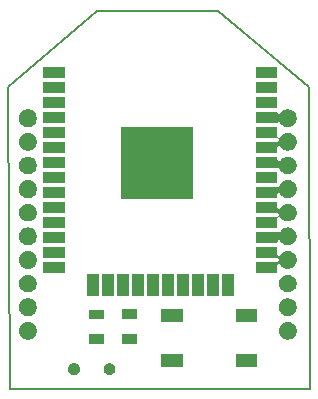
<source format=gts>
%TF.GenerationSoftware,KiCad,Pcbnew,(6.0.0-rc1-dev-634-gb5e3f6406)*%
%TF.CreationDate,2019-05-27T20:40:42+09:00*%
%TF.ProjectId,xbee,786265652E6B696361645F7063620000,rev?*%
%TF.SameCoordinates,Original*%
%TF.FileFunction,Soldermask,Top*%
%TF.FilePolarity,Negative*%
%FSLAX46Y46*%
G04 Gerber Fmt 4.6, Leading zero omitted, Abs format (unit mm)*
G04 Created by KiCad (PCBNEW (6.0.0-rc1-dev-634-gb5e3f6406)) date 2019 May 27, Monday 20:40:42*
%MOMM*%
%LPD*%
G01*
G04 APERTURE LIST*
%ADD10C,0.150000*%
%ADD11C,0.100000*%
G04 APERTURE END LIST*
D10*
X143250000Y-90250000D02*
X153500000Y-90250000D01*
X135750000Y-96750000D02*
X143250000Y-90250000D01*
X135750000Y-96750000D02*
X135850000Y-122250000D01*
X153500000Y-90250000D02*
X161201100Y-96750000D01*
X161201100Y-96750000D02*
X161250000Y-122250000D01*
X161250000Y-122250000D02*
X135850000Y-122250000D01*
D11*
G36*
X144446136Y-120098253D02*
X144537312Y-120136019D01*
X144619372Y-120190850D01*
X144689150Y-120260628D01*
X144743981Y-120342688D01*
X144781747Y-120433864D01*
X144801000Y-120530656D01*
X144801000Y-120629344D01*
X144781747Y-120726136D01*
X144743981Y-120817312D01*
X144689150Y-120899372D01*
X144619372Y-120969150D01*
X144537312Y-121023981D01*
X144446136Y-121061747D01*
X144349344Y-121081000D01*
X144250656Y-121081000D01*
X144153864Y-121061747D01*
X144062688Y-121023981D01*
X143980628Y-120969150D01*
X143910850Y-120899372D01*
X143856019Y-120817312D01*
X143818253Y-120726136D01*
X143799000Y-120629344D01*
X143799000Y-120530656D01*
X143818253Y-120433864D01*
X143856019Y-120342688D01*
X143910850Y-120260628D01*
X143980628Y-120190850D01*
X144062688Y-120136019D01*
X144153864Y-120098253D01*
X144250656Y-120079000D01*
X144349344Y-120079000D01*
X144446136Y-120098253D01*
X144446136Y-120098253D01*
G37*
G36*
X141446136Y-120098253D02*
X141537312Y-120136019D01*
X141619372Y-120190850D01*
X141689150Y-120260628D01*
X141743981Y-120342688D01*
X141781747Y-120433864D01*
X141801000Y-120530656D01*
X141801000Y-120629344D01*
X141781747Y-120726136D01*
X141743981Y-120817312D01*
X141689150Y-120899372D01*
X141619372Y-120969150D01*
X141537312Y-121023981D01*
X141446136Y-121061747D01*
X141349344Y-121081000D01*
X141250656Y-121081000D01*
X141153864Y-121061747D01*
X141062688Y-121023981D01*
X140980628Y-120969150D01*
X140910850Y-120899372D01*
X140856019Y-120817312D01*
X140818253Y-120726136D01*
X140799000Y-120629344D01*
X140799000Y-120530656D01*
X140818253Y-120433864D01*
X140856019Y-120342688D01*
X140910850Y-120260628D01*
X140980628Y-120190850D01*
X141062688Y-120136019D01*
X141153864Y-120098253D01*
X141250656Y-120079000D01*
X141349344Y-120079000D01*
X141446136Y-120098253D01*
X141446136Y-120098253D01*
G37*
G36*
X156801000Y-120451000D02*
X154999000Y-120451000D01*
X154999000Y-119349000D01*
X156801000Y-119349000D01*
X156801000Y-120451000D01*
X156801000Y-120451000D01*
G37*
G36*
X150501000Y-120451000D02*
X148699000Y-120451000D01*
X148699000Y-119349000D01*
X150501000Y-119349000D01*
X150501000Y-120451000D01*
X150501000Y-120451000D01*
G37*
G36*
X146671000Y-118451000D02*
X145369000Y-118451000D01*
X145369000Y-117649000D01*
X146671000Y-117649000D01*
X146671000Y-118451000D01*
X146671000Y-118451000D01*
G37*
G36*
X143877000Y-118451000D02*
X142575000Y-118451000D01*
X142575000Y-117649000D01*
X143877000Y-117649000D01*
X143877000Y-118451000D01*
X143877000Y-118451000D01*
G37*
G36*
X159532004Y-116610544D02*
X159619059Y-116627860D01*
X159755732Y-116684472D01*
X159755733Y-116684473D01*
X159878738Y-116766662D01*
X159983338Y-116871262D01*
X159983340Y-116871265D01*
X160065528Y-116994268D01*
X160122140Y-117130941D01*
X160151000Y-117276033D01*
X160151000Y-117423967D01*
X160122140Y-117569059D01*
X160065528Y-117705732D01*
X160065527Y-117705733D01*
X159983338Y-117828738D01*
X159878738Y-117933338D01*
X159878735Y-117933340D01*
X159755732Y-118015528D01*
X159619059Y-118072140D01*
X159532004Y-118089456D01*
X159473969Y-118101000D01*
X159326031Y-118101000D01*
X159267996Y-118089456D01*
X159180941Y-118072140D01*
X159044268Y-118015528D01*
X158921265Y-117933340D01*
X158921262Y-117933338D01*
X158816662Y-117828738D01*
X158734473Y-117705733D01*
X158734472Y-117705732D01*
X158677860Y-117569059D01*
X158649000Y-117423967D01*
X158649000Y-117276033D01*
X158677860Y-117130941D01*
X158734472Y-116994268D01*
X158816660Y-116871265D01*
X158816662Y-116871262D01*
X158921262Y-116766662D01*
X159044267Y-116684473D01*
X159044268Y-116684472D01*
X159180941Y-116627860D01*
X159267996Y-116610544D01*
X159326031Y-116599000D01*
X159473969Y-116599000D01*
X159532004Y-116610544D01*
X159532004Y-116610544D01*
G37*
G36*
X137532004Y-116610544D02*
X137619059Y-116627860D01*
X137755732Y-116684472D01*
X137755733Y-116684473D01*
X137878738Y-116766662D01*
X137983338Y-116871262D01*
X137983340Y-116871265D01*
X138065528Y-116994268D01*
X138122140Y-117130941D01*
X138151000Y-117276033D01*
X138151000Y-117423967D01*
X138122140Y-117569059D01*
X138065528Y-117705732D01*
X138065527Y-117705733D01*
X137983338Y-117828738D01*
X137878738Y-117933338D01*
X137878735Y-117933340D01*
X137755732Y-118015528D01*
X137619059Y-118072140D01*
X137532004Y-118089456D01*
X137473969Y-118101000D01*
X137326031Y-118101000D01*
X137267996Y-118089456D01*
X137180941Y-118072140D01*
X137044268Y-118015528D01*
X136921265Y-117933340D01*
X136921262Y-117933338D01*
X136816662Y-117828738D01*
X136734473Y-117705733D01*
X136734472Y-117705732D01*
X136677860Y-117569059D01*
X136649000Y-117423967D01*
X136649000Y-117276033D01*
X136677860Y-117130941D01*
X136734472Y-116994268D01*
X136816660Y-116871265D01*
X136816662Y-116871262D01*
X136921262Y-116766662D01*
X137044267Y-116684473D01*
X137044268Y-116684472D01*
X137180941Y-116627860D01*
X137267996Y-116610544D01*
X137326031Y-116599000D01*
X137473969Y-116599000D01*
X137532004Y-116610544D01*
X137532004Y-116610544D01*
G37*
G36*
X150501000Y-116651000D02*
X148699000Y-116651000D01*
X148699000Y-115549000D01*
X150501000Y-115549000D01*
X150501000Y-116651000D01*
X150501000Y-116651000D01*
G37*
G36*
X156801000Y-116651000D02*
X154999000Y-116651000D01*
X154999000Y-115549000D01*
X156801000Y-115549000D01*
X156801000Y-116651000D01*
X156801000Y-116651000D01*
G37*
G36*
X143877000Y-116385000D02*
X142575000Y-116385000D01*
X142575000Y-115583000D01*
X143877000Y-115583000D01*
X143877000Y-116385000D01*
X143877000Y-116385000D01*
G37*
G36*
X146671000Y-116351000D02*
X145369000Y-116351000D01*
X145369000Y-115549000D01*
X146671000Y-115549000D01*
X146671000Y-116351000D01*
X146671000Y-116351000D01*
G37*
G36*
X159532004Y-114610544D02*
X159619059Y-114627860D01*
X159755732Y-114684472D01*
X159755733Y-114684473D01*
X159878738Y-114766662D01*
X159983338Y-114871262D01*
X159983340Y-114871265D01*
X160065528Y-114994268D01*
X160122140Y-115130941D01*
X160151000Y-115276033D01*
X160151000Y-115423967D01*
X160122140Y-115569059D01*
X160065528Y-115705732D01*
X160065527Y-115705733D01*
X159983338Y-115828738D01*
X159878738Y-115933338D01*
X159878735Y-115933340D01*
X159755732Y-116015528D01*
X159619059Y-116072140D01*
X159532004Y-116089456D01*
X159473969Y-116101000D01*
X159326031Y-116101000D01*
X159267996Y-116089456D01*
X159180941Y-116072140D01*
X159044268Y-116015528D01*
X158921265Y-115933340D01*
X158921262Y-115933338D01*
X158816662Y-115828738D01*
X158734473Y-115705733D01*
X158734472Y-115705732D01*
X158677860Y-115569059D01*
X158649000Y-115423967D01*
X158649000Y-115276033D01*
X158677860Y-115130941D01*
X158734472Y-114994268D01*
X158816660Y-114871265D01*
X158816662Y-114871262D01*
X158921262Y-114766662D01*
X159044267Y-114684473D01*
X159044268Y-114684472D01*
X159180941Y-114627860D01*
X159267996Y-114610544D01*
X159326031Y-114599000D01*
X159473969Y-114599000D01*
X159532004Y-114610544D01*
X159532004Y-114610544D01*
G37*
G36*
X137532004Y-114610544D02*
X137619059Y-114627860D01*
X137755732Y-114684472D01*
X137755733Y-114684473D01*
X137878738Y-114766662D01*
X137983338Y-114871262D01*
X137983340Y-114871265D01*
X138065528Y-114994268D01*
X138122140Y-115130941D01*
X138151000Y-115276033D01*
X138151000Y-115423967D01*
X138122140Y-115569059D01*
X138065528Y-115705732D01*
X138065527Y-115705733D01*
X137983338Y-115828738D01*
X137878738Y-115933338D01*
X137878735Y-115933340D01*
X137755732Y-116015528D01*
X137619059Y-116072140D01*
X137532004Y-116089456D01*
X137473969Y-116101000D01*
X137326031Y-116101000D01*
X137267996Y-116089456D01*
X137180941Y-116072140D01*
X137044268Y-116015528D01*
X136921265Y-115933340D01*
X136921262Y-115933338D01*
X136816662Y-115828738D01*
X136734473Y-115705733D01*
X136734472Y-115705732D01*
X136677860Y-115569059D01*
X136649000Y-115423967D01*
X136649000Y-115276033D01*
X136677860Y-115130941D01*
X136734472Y-114994268D01*
X136816660Y-114871265D01*
X136816662Y-114871262D01*
X136921262Y-114766662D01*
X137044267Y-114684473D01*
X137044268Y-114684472D01*
X137180941Y-114627860D01*
X137267996Y-114610544D01*
X137326031Y-114599000D01*
X137473969Y-114599000D01*
X137532004Y-114610544D01*
X137532004Y-114610544D01*
G37*
G36*
X143386434Y-114408662D02*
X142384434Y-114408662D01*
X142384434Y-112556662D01*
X143386434Y-112556662D01*
X143386434Y-114408662D01*
X143386434Y-114408662D01*
G37*
G36*
X144656434Y-114408662D02*
X143654434Y-114408662D01*
X143654434Y-112556662D01*
X144656434Y-112556662D01*
X144656434Y-114408662D01*
X144656434Y-114408662D01*
G37*
G36*
X145926434Y-114408662D02*
X144924434Y-114408662D01*
X144924434Y-112556662D01*
X145926434Y-112556662D01*
X145926434Y-114408662D01*
X145926434Y-114408662D01*
G37*
G36*
X147196434Y-114408662D02*
X146194434Y-114408662D01*
X146194434Y-112556662D01*
X147196434Y-112556662D01*
X147196434Y-114408662D01*
X147196434Y-114408662D01*
G37*
G36*
X148466434Y-114408662D02*
X147464434Y-114408662D01*
X147464434Y-112556662D01*
X148466434Y-112556662D01*
X148466434Y-114408662D01*
X148466434Y-114408662D01*
G37*
G36*
X149736434Y-114408662D02*
X148734434Y-114408662D01*
X148734434Y-112556662D01*
X149736434Y-112556662D01*
X149736434Y-114408662D01*
X149736434Y-114408662D01*
G37*
G36*
X151006434Y-114408662D02*
X150004434Y-114408662D01*
X150004434Y-112556662D01*
X151006434Y-112556662D01*
X151006434Y-114408662D01*
X151006434Y-114408662D01*
G37*
G36*
X152276434Y-114408662D02*
X151274434Y-114408662D01*
X151274434Y-112556662D01*
X152276434Y-112556662D01*
X152276434Y-114408662D01*
X152276434Y-114408662D01*
G37*
G36*
X153546434Y-114408662D02*
X152544434Y-114408662D01*
X152544434Y-112556662D01*
X153546434Y-112556662D01*
X153546434Y-114408662D01*
X153546434Y-114408662D01*
G37*
G36*
X154816434Y-114408662D02*
X153814434Y-114408662D01*
X153814434Y-112556662D01*
X154816434Y-112556662D01*
X154816434Y-114408662D01*
X154816434Y-114408662D01*
G37*
G36*
X159532004Y-112610544D02*
X159619059Y-112627860D01*
X159755732Y-112684472D01*
X159755733Y-112684473D01*
X159878738Y-112766662D01*
X159983338Y-112871262D01*
X159983340Y-112871265D01*
X160065528Y-112994268D01*
X160122140Y-113130941D01*
X160151000Y-113276033D01*
X160151000Y-113423967D01*
X160122140Y-113569059D01*
X160065528Y-113705732D01*
X160065527Y-113705733D01*
X159983338Y-113828738D01*
X159878738Y-113933338D01*
X159878735Y-113933340D01*
X159755732Y-114015528D01*
X159619059Y-114072140D01*
X159532004Y-114089456D01*
X159473969Y-114101000D01*
X159326031Y-114101000D01*
X159267996Y-114089456D01*
X159180941Y-114072140D01*
X159044268Y-114015528D01*
X158921265Y-113933340D01*
X158921262Y-113933338D01*
X158816662Y-113828738D01*
X158734473Y-113705733D01*
X158734472Y-113705732D01*
X158677860Y-113569059D01*
X158649000Y-113423967D01*
X158649000Y-113276033D01*
X158677860Y-113130941D01*
X158734472Y-112994268D01*
X158816660Y-112871265D01*
X158816662Y-112871262D01*
X158921262Y-112766662D01*
X159044267Y-112684473D01*
X159044268Y-112684472D01*
X159180941Y-112627860D01*
X159267996Y-112610544D01*
X159326031Y-112599000D01*
X159473969Y-112599000D01*
X159532004Y-112610544D01*
X159532004Y-112610544D01*
G37*
G36*
X137532004Y-112610544D02*
X137619059Y-112627860D01*
X137755732Y-112684472D01*
X137755733Y-112684473D01*
X137878738Y-112766662D01*
X137983338Y-112871262D01*
X137983340Y-112871265D01*
X138065528Y-112994268D01*
X138122140Y-113130941D01*
X138151000Y-113276033D01*
X138151000Y-113423967D01*
X138122140Y-113569059D01*
X138065528Y-113705732D01*
X138065527Y-113705733D01*
X137983338Y-113828738D01*
X137878738Y-113933338D01*
X137878735Y-113933340D01*
X137755732Y-114015528D01*
X137619059Y-114072140D01*
X137532004Y-114089456D01*
X137473969Y-114101000D01*
X137326031Y-114101000D01*
X137267996Y-114089456D01*
X137180941Y-114072140D01*
X137044268Y-114015528D01*
X136921265Y-113933340D01*
X136921262Y-113933338D01*
X136816662Y-113828738D01*
X136734473Y-113705733D01*
X136734472Y-113705732D01*
X136677860Y-113569059D01*
X136649000Y-113423967D01*
X136649000Y-113276033D01*
X136677860Y-113130941D01*
X136734472Y-112994268D01*
X136816660Y-112871265D01*
X136816662Y-112871262D01*
X136921262Y-112766662D01*
X137044267Y-112684473D01*
X137044268Y-112684472D01*
X137180941Y-112627860D01*
X137267996Y-112610544D01*
X137326031Y-112599000D01*
X137473969Y-112599000D01*
X137532004Y-112610544D01*
X137532004Y-112610544D01*
G37*
G36*
X158526434Y-110893549D02*
X158528836Y-110917935D01*
X158535949Y-110941384D01*
X158547500Y-110962995D01*
X158563046Y-110981937D01*
X158581988Y-110997483D01*
X158603599Y-111009034D01*
X158627048Y-111016147D01*
X158651434Y-111018549D01*
X158675820Y-111016147D01*
X158699269Y-111009034D01*
X158720880Y-110997483D01*
X158739822Y-110981937D01*
X158755368Y-110962995D01*
X158816662Y-110871262D01*
X158921262Y-110766662D01*
X159044267Y-110684473D01*
X159044268Y-110684472D01*
X159180941Y-110627860D01*
X159267996Y-110610544D01*
X159326031Y-110599000D01*
X159473969Y-110599000D01*
X159532004Y-110610544D01*
X159619059Y-110627860D01*
X159755732Y-110684472D01*
X159755733Y-110684473D01*
X159878738Y-110766662D01*
X159983338Y-110871262D01*
X159983340Y-110871265D01*
X160065528Y-110994268D01*
X160122140Y-111130941D01*
X160139456Y-111217996D01*
X160151000Y-111276031D01*
X160151000Y-111423969D01*
X160141725Y-111470596D01*
X160122140Y-111569059D01*
X160065528Y-111705732D01*
X160044632Y-111737005D01*
X159983338Y-111828738D01*
X159878738Y-111933338D01*
X159878735Y-111933340D01*
X159755732Y-112015528D01*
X159619059Y-112072140D01*
X159532004Y-112089456D01*
X159473969Y-112101000D01*
X159326031Y-112101000D01*
X159267996Y-112089456D01*
X159180941Y-112072140D01*
X159044268Y-112015528D01*
X158921265Y-111933340D01*
X158921262Y-111933338D01*
X158816662Y-111828738D01*
X158755368Y-111737005D01*
X158739822Y-111718063D01*
X158720880Y-111702517D01*
X158699270Y-111690966D01*
X158675820Y-111683853D01*
X158651434Y-111681451D01*
X158627048Y-111683853D01*
X158603599Y-111690966D01*
X158581988Y-111702517D01*
X158563046Y-111718063D01*
X158547500Y-111737005D01*
X158535949Y-111758615D01*
X158528836Y-111782065D01*
X158526434Y-111806451D01*
X158526434Y-112493662D01*
X156674434Y-112493662D01*
X156674434Y-111491662D01*
X158524000Y-111491662D01*
X158548386Y-111489260D01*
X158571835Y-111482147D01*
X158593446Y-111470596D01*
X158612388Y-111455050D01*
X158627934Y-111436108D01*
X158639485Y-111414497D01*
X158646598Y-111391048D01*
X158649000Y-111366662D01*
X158649000Y-111348662D01*
X158646598Y-111324276D01*
X158639485Y-111300827D01*
X158627934Y-111279216D01*
X158612388Y-111260274D01*
X158593446Y-111244728D01*
X158571835Y-111233177D01*
X158548386Y-111226064D01*
X158524000Y-111223662D01*
X156674434Y-111223662D01*
X156674434Y-110221662D01*
X158526434Y-110221662D01*
X158526434Y-110893549D01*
X158526434Y-110893549D01*
G37*
G36*
X140526434Y-112493662D02*
X138674434Y-112493662D01*
X138674434Y-111491662D01*
X140526434Y-111491662D01*
X140526434Y-112493662D01*
X140526434Y-112493662D01*
G37*
G36*
X137532004Y-110610544D02*
X137619059Y-110627860D01*
X137755732Y-110684472D01*
X137755733Y-110684473D01*
X137878738Y-110766662D01*
X137983338Y-110871262D01*
X137983340Y-110871265D01*
X138065528Y-110994268D01*
X138122140Y-111130941D01*
X138139456Y-111217996D01*
X138151000Y-111276031D01*
X138151000Y-111423969D01*
X138141725Y-111470596D01*
X138122140Y-111569059D01*
X138065528Y-111705732D01*
X138044632Y-111737005D01*
X137983338Y-111828738D01*
X137878738Y-111933338D01*
X137878735Y-111933340D01*
X137755732Y-112015528D01*
X137619059Y-112072140D01*
X137532004Y-112089456D01*
X137473969Y-112101000D01*
X137326031Y-112101000D01*
X137267996Y-112089456D01*
X137180941Y-112072140D01*
X137044268Y-112015528D01*
X136921265Y-111933340D01*
X136921262Y-111933338D01*
X136816662Y-111828738D01*
X136755368Y-111737005D01*
X136734472Y-111705732D01*
X136677860Y-111569059D01*
X136658275Y-111470596D01*
X136649000Y-111423969D01*
X136649000Y-111276031D01*
X136660544Y-111217996D01*
X136677860Y-111130941D01*
X136734472Y-110994268D01*
X136816660Y-110871265D01*
X136816662Y-110871262D01*
X136921262Y-110766662D01*
X137044267Y-110684473D01*
X137044268Y-110684472D01*
X137180941Y-110627860D01*
X137267996Y-110610544D01*
X137326031Y-110599000D01*
X137473969Y-110599000D01*
X137532004Y-110610544D01*
X137532004Y-110610544D01*
G37*
G36*
X140526434Y-111223662D02*
X138674434Y-111223662D01*
X138674434Y-110221662D01*
X140526434Y-110221662D01*
X140526434Y-111223662D01*
X140526434Y-111223662D01*
G37*
G36*
X137532004Y-108610544D02*
X137619059Y-108627860D01*
X137755732Y-108684472D01*
X137755733Y-108684473D01*
X137878738Y-108766662D01*
X137983338Y-108871262D01*
X137983340Y-108871265D01*
X138065528Y-108994268D01*
X138122140Y-109130941D01*
X138151000Y-109276033D01*
X138151000Y-109423967D01*
X138122140Y-109569059D01*
X138065528Y-109705732D01*
X138044632Y-109737005D01*
X137983338Y-109828738D01*
X137878738Y-109933338D01*
X137878735Y-109933340D01*
X137755732Y-110015528D01*
X137619059Y-110072140D01*
X137532004Y-110089456D01*
X137473969Y-110101000D01*
X137326031Y-110101000D01*
X137267996Y-110089456D01*
X137180941Y-110072140D01*
X137044268Y-110015528D01*
X136921265Y-109933340D01*
X136921262Y-109933338D01*
X136816662Y-109828738D01*
X136755368Y-109737005D01*
X136734472Y-109705732D01*
X136677860Y-109569059D01*
X136649000Y-109423967D01*
X136649000Y-109276033D01*
X136677860Y-109130941D01*
X136734472Y-108994268D01*
X136816660Y-108871265D01*
X136816662Y-108871262D01*
X136921262Y-108766662D01*
X137044267Y-108684473D01*
X137044268Y-108684472D01*
X137180941Y-108627860D01*
X137267996Y-108610544D01*
X137326031Y-108599000D01*
X137473969Y-108599000D01*
X137532004Y-108610544D01*
X137532004Y-108610544D01*
G37*
G36*
X159532004Y-108610544D02*
X159619059Y-108627860D01*
X159755732Y-108684472D01*
X159755733Y-108684473D01*
X159878738Y-108766662D01*
X159983338Y-108871262D01*
X159983340Y-108871265D01*
X160065528Y-108994268D01*
X160122140Y-109130941D01*
X160151000Y-109276033D01*
X160151000Y-109423967D01*
X160122140Y-109569059D01*
X160065528Y-109705732D01*
X160044632Y-109737005D01*
X159983338Y-109828738D01*
X159878738Y-109933338D01*
X159878735Y-109933340D01*
X159755732Y-110015528D01*
X159619059Y-110072140D01*
X159532004Y-110089456D01*
X159473969Y-110101000D01*
X159326031Y-110101000D01*
X159267996Y-110089456D01*
X159180941Y-110072140D01*
X159044268Y-110015528D01*
X158921265Y-109933340D01*
X158921262Y-109933338D01*
X158816662Y-109828738D01*
X158755368Y-109737005D01*
X158739822Y-109718063D01*
X158720880Y-109702517D01*
X158699270Y-109690966D01*
X158675820Y-109683853D01*
X158651434Y-109681451D01*
X158627048Y-109683853D01*
X158603599Y-109690966D01*
X158581988Y-109702517D01*
X158563046Y-109718063D01*
X158547500Y-109737005D01*
X158535949Y-109758615D01*
X158528836Y-109782065D01*
X158526434Y-109806451D01*
X158526434Y-109953662D01*
X156674434Y-109953662D01*
X156674434Y-108951662D01*
X158541443Y-108951662D01*
X158547500Y-108962995D01*
X158563046Y-108981937D01*
X158581988Y-108997483D01*
X158603599Y-109009034D01*
X158627048Y-109016147D01*
X158651434Y-109018549D01*
X158675820Y-109016147D01*
X158699269Y-109009034D01*
X158720880Y-108997483D01*
X158739822Y-108981937D01*
X158755368Y-108962995D01*
X158816662Y-108871262D01*
X158921262Y-108766662D01*
X159044267Y-108684473D01*
X159044268Y-108684472D01*
X159180941Y-108627860D01*
X159267996Y-108610544D01*
X159326031Y-108599000D01*
X159473969Y-108599000D01*
X159532004Y-108610544D01*
X159532004Y-108610544D01*
G37*
G36*
X140526434Y-109953662D02*
X138674434Y-109953662D01*
X138674434Y-108951662D01*
X140526434Y-108951662D01*
X140526434Y-109953662D01*
X140526434Y-109953662D01*
G37*
G36*
X158526434Y-106893549D02*
X158528836Y-106917935D01*
X158535949Y-106941384D01*
X158547500Y-106962995D01*
X158563046Y-106981937D01*
X158581988Y-106997483D01*
X158603599Y-107009034D01*
X158627048Y-107016147D01*
X158651434Y-107018549D01*
X158675820Y-107016147D01*
X158699269Y-107009034D01*
X158720880Y-106997483D01*
X158739822Y-106981937D01*
X158755368Y-106962995D01*
X158816662Y-106871262D01*
X158921262Y-106766662D01*
X159044267Y-106684473D01*
X159044268Y-106684472D01*
X159180941Y-106627860D01*
X159267996Y-106610544D01*
X159326031Y-106599000D01*
X159473969Y-106599000D01*
X159532004Y-106610544D01*
X159619059Y-106627860D01*
X159755732Y-106684472D01*
X159755733Y-106684473D01*
X159878738Y-106766662D01*
X159983338Y-106871262D01*
X159983340Y-106871265D01*
X160065528Y-106994268D01*
X160122140Y-107130941D01*
X160151000Y-107276033D01*
X160151000Y-107423967D01*
X160122140Y-107569059D01*
X160065528Y-107705732D01*
X160044632Y-107737005D01*
X159983338Y-107828738D01*
X159878738Y-107933338D01*
X159878735Y-107933340D01*
X159755732Y-108015528D01*
X159619059Y-108072140D01*
X159532004Y-108089456D01*
X159473969Y-108101000D01*
X159326031Y-108101000D01*
X159267996Y-108089456D01*
X159180941Y-108072140D01*
X159044268Y-108015528D01*
X158921265Y-107933340D01*
X158921262Y-107933338D01*
X158816662Y-107828738D01*
X158755368Y-107737005D01*
X158739822Y-107718063D01*
X158720880Y-107702517D01*
X158699270Y-107690966D01*
X158675820Y-107683853D01*
X158651434Y-107681451D01*
X158627048Y-107683853D01*
X158603599Y-107690966D01*
X158581988Y-107702517D01*
X158563046Y-107718063D01*
X158547500Y-107737005D01*
X158535949Y-107758615D01*
X158528836Y-107782065D01*
X158526434Y-107806451D01*
X158526434Y-108683662D01*
X156674434Y-108683662D01*
X156674434Y-107681662D01*
X158547946Y-107681662D01*
X158572332Y-107679260D01*
X158595781Y-107672147D01*
X158617392Y-107660596D01*
X158636334Y-107645050D01*
X158651880Y-107626108D01*
X158663431Y-107604497D01*
X158670544Y-107581048D01*
X158672946Y-107556662D01*
X158670543Y-107532272D01*
X158666962Y-107514272D01*
X158659848Y-107490823D01*
X158648297Y-107469213D01*
X158632751Y-107450271D01*
X158613808Y-107434726D01*
X158592197Y-107423176D01*
X158568748Y-107416063D01*
X158544365Y-107413662D01*
X156674434Y-107413662D01*
X156674434Y-106411662D01*
X158526434Y-106411662D01*
X158526434Y-106893549D01*
X158526434Y-106893549D01*
G37*
G36*
X140526434Y-108683662D02*
X138674434Y-108683662D01*
X138674434Y-107681662D01*
X140526434Y-107681662D01*
X140526434Y-108683662D01*
X140526434Y-108683662D01*
G37*
G36*
X137532004Y-106610544D02*
X137619059Y-106627860D01*
X137755732Y-106684472D01*
X137755733Y-106684473D01*
X137878738Y-106766662D01*
X137983338Y-106871262D01*
X137983340Y-106871265D01*
X138065528Y-106994268D01*
X138122140Y-107130941D01*
X138151000Y-107276033D01*
X138151000Y-107423967D01*
X138122140Y-107569059D01*
X138065528Y-107705732D01*
X138044632Y-107737005D01*
X137983338Y-107828738D01*
X137878738Y-107933338D01*
X137878735Y-107933340D01*
X137755732Y-108015528D01*
X137619059Y-108072140D01*
X137532004Y-108089456D01*
X137473969Y-108101000D01*
X137326031Y-108101000D01*
X137267996Y-108089456D01*
X137180941Y-108072140D01*
X137044268Y-108015528D01*
X136921265Y-107933340D01*
X136921262Y-107933338D01*
X136816662Y-107828738D01*
X136755368Y-107737005D01*
X136734472Y-107705732D01*
X136677860Y-107569059D01*
X136649000Y-107423967D01*
X136649000Y-107276033D01*
X136677860Y-107130941D01*
X136734472Y-106994268D01*
X136816660Y-106871265D01*
X136816662Y-106871262D01*
X136921262Y-106766662D01*
X137044267Y-106684473D01*
X137044268Y-106684472D01*
X137180941Y-106627860D01*
X137267996Y-106610544D01*
X137326031Y-106599000D01*
X137473969Y-106599000D01*
X137532004Y-106610544D01*
X137532004Y-106610544D01*
G37*
G36*
X140526434Y-107413662D02*
X138674434Y-107413662D01*
X138674434Y-106411662D01*
X140526434Y-106411662D01*
X140526434Y-107413662D01*
X140526434Y-107413662D01*
G37*
G36*
X151351434Y-106233662D02*
X145249434Y-106233662D01*
X145249434Y-100131662D01*
X151351434Y-100131662D01*
X151351434Y-106233662D01*
X151351434Y-106233662D01*
G37*
G36*
X140526434Y-106143662D02*
X138674434Y-106143662D01*
X138674434Y-105141662D01*
X140526434Y-105141662D01*
X140526434Y-106143662D01*
X140526434Y-106143662D01*
G37*
G36*
X159532004Y-104610544D02*
X159619059Y-104627860D01*
X159755732Y-104684472D01*
X159755733Y-104684473D01*
X159878738Y-104766662D01*
X159983338Y-104871262D01*
X159983340Y-104871265D01*
X160065528Y-104994268D01*
X160122140Y-105130941D01*
X160151000Y-105276033D01*
X160151000Y-105423967D01*
X160122140Y-105569059D01*
X160065528Y-105705732D01*
X160044632Y-105737005D01*
X159983338Y-105828738D01*
X159878738Y-105933338D01*
X159878735Y-105933340D01*
X159755732Y-106015528D01*
X159619059Y-106072140D01*
X159532004Y-106089456D01*
X159473969Y-106101000D01*
X159326031Y-106101000D01*
X159267996Y-106089456D01*
X159180941Y-106072140D01*
X159044268Y-106015528D01*
X158921265Y-105933340D01*
X158921262Y-105933338D01*
X158816662Y-105828738D01*
X158755368Y-105737005D01*
X158739822Y-105718063D01*
X158720880Y-105702517D01*
X158699270Y-105690966D01*
X158675820Y-105683853D01*
X158651434Y-105681451D01*
X158627048Y-105683853D01*
X158603599Y-105690966D01*
X158581988Y-105702517D01*
X158563046Y-105718063D01*
X158547500Y-105737005D01*
X158535949Y-105758615D01*
X158528836Y-105782065D01*
X158526434Y-105806451D01*
X158526434Y-106143662D01*
X156674434Y-106143662D01*
X156674434Y-105141662D01*
X158589897Y-105141662D01*
X158614283Y-105139260D01*
X158637732Y-105132147D01*
X158659343Y-105120596D01*
X158678285Y-105105050D01*
X158693831Y-105086108D01*
X158705382Y-105064498D01*
X158712838Y-105046498D01*
X158719951Y-105023049D01*
X158722353Y-104998663D01*
X158722135Y-104996453D01*
X158739822Y-104981937D01*
X158755368Y-104962995D01*
X158816662Y-104871262D01*
X158921262Y-104766662D01*
X159044267Y-104684473D01*
X159044268Y-104684472D01*
X159180941Y-104627860D01*
X159267996Y-104610544D01*
X159326031Y-104599000D01*
X159473969Y-104599000D01*
X159532004Y-104610544D01*
X159532004Y-104610544D01*
G37*
G36*
X137532004Y-104610544D02*
X137619059Y-104627860D01*
X137755732Y-104684472D01*
X137755733Y-104684473D01*
X137878738Y-104766662D01*
X137983338Y-104871262D01*
X137983340Y-104871265D01*
X138065528Y-104994268D01*
X138122140Y-105130941D01*
X138151000Y-105276033D01*
X138151000Y-105423967D01*
X138122140Y-105569059D01*
X138065528Y-105705732D01*
X138044632Y-105737005D01*
X137983338Y-105828738D01*
X137878738Y-105933338D01*
X137878735Y-105933340D01*
X137755732Y-106015528D01*
X137619059Y-106072140D01*
X137532004Y-106089456D01*
X137473969Y-106101000D01*
X137326031Y-106101000D01*
X137267996Y-106089456D01*
X137180941Y-106072140D01*
X137044268Y-106015528D01*
X136921265Y-105933340D01*
X136921262Y-105933338D01*
X136816662Y-105828738D01*
X136755368Y-105737005D01*
X136734472Y-105705732D01*
X136677860Y-105569059D01*
X136649000Y-105423967D01*
X136649000Y-105276033D01*
X136677860Y-105130941D01*
X136734472Y-104994268D01*
X136816660Y-104871265D01*
X136816662Y-104871262D01*
X136921262Y-104766662D01*
X137044267Y-104684473D01*
X137044268Y-104684472D01*
X137180941Y-104627860D01*
X137267996Y-104610544D01*
X137326031Y-104599000D01*
X137473969Y-104599000D01*
X137532004Y-104610544D01*
X137532004Y-104610544D01*
G37*
G36*
X140526434Y-104873662D02*
X138674434Y-104873662D01*
X138674434Y-103871662D01*
X140526434Y-103871662D01*
X140526434Y-104873662D01*
X140526434Y-104873662D01*
G37*
G36*
X158526434Y-104873662D02*
X156674434Y-104873662D01*
X156674434Y-103871662D01*
X158526434Y-103871662D01*
X158526434Y-104873662D01*
X158526434Y-104873662D01*
G37*
G36*
X137532004Y-102610544D02*
X137619059Y-102627860D01*
X137755732Y-102684472D01*
X137755733Y-102684473D01*
X137878738Y-102766662D01*
X137983338Y-102871262D01*
X137983340Y-102871265D01*
X138065528Y-102994268D01*
X138122140Y-103130941D01*
X138151000Y-103276033D01*
X138151000Y-103423967D01*
X138122140Y-103569059D01*
X138065528Y-103705732D01*
X138044632Y-103737005D01*
X137983338Y-103828738D01*
X137878738Y-103933338D01*
X137878735Y-103933340D01*
X137755732Y-104015528D01*
X137619059Y-104072140D01*
X137532004Y-104089456D01*
X137473969Y-104101000D01*
X137326031Y-104101000D01*
X137267996Y-104089456D01*
X137180941Y-104072140D01*
X137044268Y-104015528D01*
X136921265Y-103933340D01*
X136921262Y-103933338D01*
X136816662Y-103828738D01*
X136755368Y-103737005D01*
X136734472Y-103705732D01*
X136677860Y-103569059D01*
X136649000Y-103423967D01*
X136649000Y-103276033D01*
X136677860Y-103130941D01*
X136734472Y-102994268D01*
X136816660Y-102871265D01*
X136816662Y-102871262D01*
X136921262Y-102766662D01*
X137044267Y-102684473D01*
X137044268Y-102684472D01*
X137180941Y-102627860D01*
X137267996Y-102610544D01*
X137326031Y-102599000D01*
X137473969Y-102599000D01*
X137532004Y-102610544D01*
X137532004Y-102610544D01*
G37*
G36*
X159532004Y-102610544D02*
X159619059Y-102627860D01*
X159755732Y-102684472D01*
X159755733Y-102684473D01*
X159878738Y-102766662D01*
X159983338Y-102871262D01*
X159983340Y-102871265D01*
X160065528Y-102994268D01*
X160122140Y-103130941D01*
X160151000Y-103276033D01*
X160151000Y-103423967D01*
X160122140Y-103569059D01*
X160065528Y-103705732D01*
X160044632Y-103737005D01*
X159983338Y-103828738D01*
X159878738Y-103933338D01*
X159878735Y-103933340D01*
X159755732Y-104015528D01*
X159619059Y-104072140D01*
X159532004Y-104089456D01*
X159473969Y-104101000D01*
X159326031Y-104101000D01*
X159267996Y-104089456D01*
X159180941Y-104072140D01*
X159044268Y-104015528D01*
X158921265Y-103933340D01*
X158921262Y-103933338D01*
X158816662Y-103828738D01*
X158755368Y-103737005D01*
X158739822Y-103718063D01*
X158736660Y-103715468D01*
X158731614Y-103698831D01*
X158724154Y-103680822D01*
X158712604Y-103659215D01*
X158697059Y-103640273D01*
X158678117Y-103624728D01*
X158656506Y-103613177D01*
X158633056Y-103606064D01*
X158608671Y-103603662D01*
X156674434Y-103603662D01*
X156674434Y-102601662D01*
X158526434Y-102601662D01*
X158526434Y-102893549D01*
X158528836Y-102917935D01*
X158535949Y-102941384D01*
X158547500Y-102962995D01*
X158563046Y-102981937D01*
X158581988Y-102997483D01*
X158603599Y-103009034D01*
X158627048Y-103016147D01*
X158651434Y-103018549D01*
X158675820Y-103016147D01*
X158699269Y-103009034D01*
X158720880Y-102997483D01*
X158739822Y-102981937D01*
X158755368Y-102962995D01*
X158816662Y-102871262D01*
X158921262Y-102766662D01*
X159044267Y-102684473D01*
X159044268Y-102684472D01*
X159180941Y-102627860D01*
X159267996Y-102610544D01*
X159326031Y-102599000D01*
X159473969Y-102599000D01*
X159532004Y-102610544D01*
X159532004Y-102610544D01*
G37*
G36*
X140526434Y-103603662D02*
X138674434Y-103603662D01*
X138674434Y-102601662D01*
X140526434Y-102601662D01*
X140526434Y-103603662D01*
X140526434Y-103603662D01*
G37*
G36*
X158526434Y-100893549D02*
X158528836Y-100917935D01*
X158535949Y-100941384D01*
X158547500Y-100962995D01*
X158563046Y-100981937D01*
X158581988Y-100997483D01*
X158603599Y-101009034D01*
X158627048Y-101016147D01*
X158651434Y-101018549D01*
X158675820Y-101016147D01*
X158699269Y-101009034D01*
X158720880Y-100997483D01*
X158739822Y-100981937D01*
X158755368Y-100962995D01*
X158816662Y-100871262D01*
X158921262Y-100766662D01*
X159044267Y-100684473D01*
X159044268Y-100684472D01*
X159180941Y-100627860D01*
X159267996Y-100610544D01*
X159326031Y-100599000D01*
X159473969Y-100599000D01*
X159532004Y-100610544D01*
X159619059Y-100627860D01*
X159755732Y-100684472D01*
X159755733Y-100684473D01*
X159878738Y-100766662D01*
X159983338Y-100871262D01*
X159983340Y-100871265D01*
X160065528Y-100994268D01*
X160122140Y-101130941D01*
X160138471Y-101213046D01*
X160146717Y-101254497D01*
X160151000Y-101276033D01*
X160151000Y-101423967D01*
X160122140Y-101569059D01*
X160065528Y-101705732D01*
X160044632Y-101737005D01*
X159983338Y-101828738D01*
X159878738Y-101933338D01*
X159878735Y-101933340D01*
X159755732Y-102015528D01*
X159619059Y-102072140D01*
X159532004Y-102089456D01*
X159473969Y-102101000D01*
X159326031Y-102101000D01*
X159267996Y-102089456D01*
X159180941Y-102072140D01*
X159044268Y-102015528D01*
X158921265Y-101933340D01*
X158921262Y-101933338D01*
X158816662Y-101828738D01*
X158755368Y-101737005D01*
X158739822Y-101718063D01*
X158720880Y-101702517D01*
X158699270Y-101690966D01*
X158675820Y-101683853D01*
X158651434Y-101681451D01*
X158627048Y-101683853D01*
X158603599Y-101690966D01*
X158581988Y-101702517D01*
X158563046Y-101718063D01*
X158547500Y-101737005D01*
X158535949Y-101758615D01*
X158528836Y-101782065D01*
X158526434Y-101806451D01*
X158526434Y-102333662D01*
X156674434Y-102333662D01*
X156674434Y-101331662D01*
X158535350Y-101331662D01*
X158559736Y-101329260D01*
X158583185Y-101322147D01*
X158604796Y-101310596D01*
X158623738Y-101295050D01*
X158639284Y-101276108D01*
X158650835Y-101254497D01*
X158657947Y-101231053D01*
X158661529Y-101213042D01*
X158663930Y-101188659D01*
X158661528Y-101164273D01*
X158654414Y-101140824D01*
X158642862Y-101119213D01*
X158627316Y-101100272D01*
X158608374Y-101084727D01*
X158586763Y-101073176D01*
X158563314Y-101066063D01*
X158538930Y-101063662D01*
X156674434Y-101063662D01*
X156674434Y-100061662D01*
X158526434Y-100061662D01*
X158526434Y-100893549D01*
X158526434Y-100893549D01*
G37*
G36*
X140526434Y-102333662D02*
X138674434Y-102333662D01*
X138674434Y-101331662D01*
X140526434Y-101331662D01*
X140526434Y-102333662D01*
X140526434Y-102333662D01*
G37*
G36*
X137532004Y-100610544D02*
X137619059Y-100627860D01*
X137755732Y-100684472D01*
X137755733Y-100684473D01*
X137878738Y-100766662D01*
X137983338Y-100871262D01*
X137983340Y-100871265D01*
X138065528Y-100994268D01*
X138122140Y-101130941D01*
X138138471Y-101213046D01*
X138146717Y-101254497D01*
X138151000Y-101276033D01*
X138151000Y-101423967D01*
X138122140Y-101569059D01*
X138065528Y-101705732D01*
X138044632Y-101737005D01*
X137983338Y-101828738D01*
X137878738Y-101933338D01*
X137878735Y-101933340D01*
X137755732Y-102015528D01*
X137619059Y-102072140D01*
X137532004Y-102089456D01*
X137473969Y-102101000D01*
X137326031Y-102101000D01*
X137267996Y-102089456D01*
X137180941Y-102072140D01*
X137044268Y-102015528D01*
X136921265Y-101933340D01*
X136921262Y-101933338D01*
X136816662Y-101828738D01*
X136755368Y-101737005D01*
X136734472Y-101705732D01*
X136677860Y-101569059D01*
X136649000Y-101423967D01*
X136649000Y-101276033D01*
X136653284Y-101254497D01*
X136661529Y-101213046D01*
X136677860Y-101130941D01*
X136734472Y-100994268D01*
X136816660Y-100871265D01*
X136816662Y-100871262D01*
X136921262Y-100766662D01*
X137044267Y-100684473D01*
X137044268Y-100684472D01*
X137180941Y-100627860D01*
X137267996Y-100610544D01*
X137326031Y-100599000D01*
X137473969Y-100599000D01*
X137532004Y-100610544D01*
X137532004Y-100610544D01*
G37*
G36*
X140526434Y-101063662D02*
X138674434Y-101063662D01*
X138674434Y-100061662D01*
X140526434Y-100061662D01*
X140526434Y-101063662D01*
X140526434Y-101063662D01*
G37*
G36*
X137532004Y-98610544D02*
X137619059Y-98627860D01*
X137755732Y-98684472D01*
X137755733Y-98684473D01*
X137878738Y-98766662D01*
X137983338Y-98871262D01*
X137983340Y-98871265D01*
X138065528Y-98994268D01*
X138122140Y-99130941D01*
X138151000Y-99276033D01*
X138151000Y-99423967D01*
X138122140Y-99569059D01*
X138065528Y-99705732D01*
X138044632Y-99737005D01*
X137983338Y-99828738D01*
X137878738Y-99933338D01*
X137878735Y-99933340D01*
X137755732Y-100015528D01*
X137619059Y-100072140D01*
X137532004Y-100089456D01*
X137473969Y-100101000D01*
X137326031Y-100101000D01*
X137267996Y-100089456D01*
X137180941Y-100072140D01*
X137044268Y-100015528D01*
X136921265Y-99933340D01*
X136921262Y-99933338D01*
X136816662Y-99828738D01*
X136755368Y-99737005D01*
X136734472Y-99705732D01*
X136677860Y-99569059D01*
X136649000Y-99423967D01*
X136649000Y-99276033D01*
X136677860Y-99130941D01*
X136734472Y-98994268D01*
X136816660Y-98871265D01*
X136816662Y-98871262D01*
X136921262Y-98766662D01*
X137044267Y-98684473D01*
X137044268Y-98684472D01*
X137180941Y-98627860D01*
X137267996Y-98610544D01*
X137326031Y-98599000D01*
X137473969Y-98599000D01*
X137532004Y-98610544D01*
X137532004Y-98610544D01*
G37*
G36*
X159532004Y-98610544D02*
X159619059Y-98627860D01*
X159755732Y-98684472D01*
X159755733Y-98684473D01*
X159878738Y-98766662D01*
X159983338Y-98871262D01*
X159983340Y-98871265D01*
X160065528Y-98994268D01*
X160122140Y-99130941D01*
X160151000Y-99276033D01*
X160151000Y-99423967D01*
X160122140Y-99569059D01*
X160065528Y-99705732D01*
X160044632Y-99737005D01*
X159983338Y-99828738D01*
X159878738Y-99933338D01*
X159878735Y-99933340D01*
X159755732Y-100015528D01*
X159619059Y-100072140D01*
X159532004Y-100089456D01*
X159473969Y-100101000D01*
X159326031Y-100101000D01*
X159267996Y-100089456D01*
X159180941Y-100072140D01*
X159044268Y-100015528D01*
X158921265Y-99933340D01*
X158921262Y-99933338D01*
X158816662Y-99828738D01*
X158755368Y-99737005D01*
X158739822Y-99718063D01*
X158720880Y-99702517D01*
X158699270Y-99690966D01*
X158675820Y-99683853D01*
X158651434Y-99681451D01*
X158627048Y-99683853D01*
X158603599Y-99690966D01*
X158581988Y-99702517D01*
X158563046Y-99718063D01*
X158547500Y-99737005D01*
X158535949Y-99758615D01*
X158528836Y-99782065D01*
X158527694Y-99793662D01*
X156674434Y-99793662D01*
X156674434Y-98791662D01*
X158526434Y-98791662D01*
X158526434Y-98893549D01*
X158528836Y-98917935D01*
X158535949Y-98941384D01*
X158547500Y-98962995D01*
X158563046Y-98981937D01*
X158581988Y-98997483D01*
X158603599Y-99009034D01*
X158627048Y-99016147D01*
X158651434Y-99018549D01*
X158675820Y-99016147D01*
X158699269Y-99009034D01*
X158720880Y-98997483D01*
X158739822Y-98981937D01*
X158755368Y-98962995D01*
X158816662Y-98871262D01*
X158921262Y-98766662D01*
X159044267Y-98684473D01*
X159044268Y-98684472D01*
X159180941Y-98627860D01*
X159267996Y-98610544D01*
X159326031Y-98599000D01*
X159473969Y-98599000D01*
X159532004Y-98610544D01*
X159532004Y-98610544D01*
G37*
G36*
X140526434Y-99793662D02*
X138674434Y-99793662D01*
X138674434Y-98791662D01*
X140526434Y-98791662D01*
X140526434Y-99793662D01*
X140526434Y-99793662D01*
G37*
G36*
X158526434Y-98523662D02*
X156674434Y-98523662D01*
X156674434Y-97521662D01*
X158526434Y-97521662D01*
X158526434Y-98523662D01*
X158526434Y-98523662D01*
G37*
G36*
X140526434Y-98523662D02*
X138674434Y-98523662D01*
X138674434Y-97521662D01*
X140526434Y-97521662D01*
X140526434Y-98523662D01*
X140526434Y-98523662D01*
G37*
G36*
X158526434Y-97253662D02*
X156674434Y-97253662D01*
X156674434Y-96251662D01*
X158526434Y-96251662D01*
X158526434Y-97253662D01*
X158526434Y-97253662D01*
G37*
G36*
X140526434Y-97253662D02*
X138674434Y-97253662D01*
X138674434Y-96251662D01*
X140526434Y-96251662D01*
X140526434Y-97253662D01*
X140526434Y-97253662D01*
G37*
G36*
X140526434Y-95983662D02*
X138674434Y-95983662D01*
X138674434Y-94981662D01*
X140526434Y-94981662D01*
X140526434Y-95983662D01*
X140526434Y-95983662D01*
G37*
G36*
X158526434Y-95983662D02*
X156674434Y-95983662D01*
X156674434Y-94981662D01*
X158526434Y-94981662D01*
X158526434Y-95983662D01*
X158526434Y-95983662D01*
G37*
M02*

</source>
